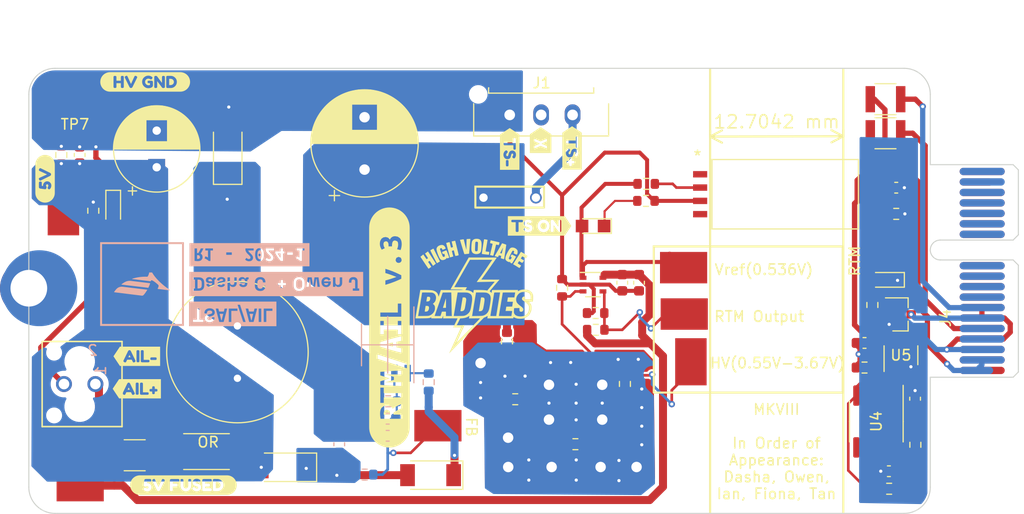
<source format=kicad_pcb>
(kicad_pcb (version 20241229) (generator "pcbnew") (generator_version "9.0")
  (layers (0 "F.Cu" signal) (2 "B.Cu" signal) (13 "F.Paste" user) (15 "B.Paste" user) (5 "F.SilkS" user "F.Silkscreen") (7 "B.SilkS" user "B.Silkscreen") (1 "F.Mask" user) (3 "B.Mask" user) (25 "Edge.Cuts" user))
  (net 0 "")
  (net 1 "/TS+_FUSED")
  (net 2 "/VCC")
  (net 3 "/SW")
  (net 4 "/FB")
  (net 5 "GND")
  (net 6 "/+5V_TS_FUSED")
  (net 7 "Net-(D1-A)")
  (net 8 "Net-(D3-A)")
  (net 9 "Net-(D1-K)")
  (net 10 "/TS-")
  (net 11 "Net-(R1-Pad1)")
  (net 12 "Net-(D4-K)")
  (net 13 "Net-(R4-Pad1)")
  (net 14 "Net-(D4-A)")
  (net 15 "Net-(R7-Pad1)")
  (net 16 "Net-(R14-Pad1)")
  (net 18 "Net-(D6-A)")
  (net 19 "Net-(F2-Pad2)")
  (net 20 "/TS+")
  (net 25 "Net-(D5-A)")
  (net 28 "+5V")
  (net 53 "Net-(U4-THR)")
  (net 56 "Net-(U2--)")
  (net 57 "Net-(U2-+)")
  (net 58 "/TSAL_FLAG")
  (net 59 "Net-(J4-5V)")
  (net 60 "+12V")
  (net 61 "Net-(F4-Pad2)")
  (net 62 "/RTM_LIGHT-")
  (net 63 "Net-(Q2-G)")
  (net 64 "Net-(U4-DIS)")
  (net 65 "/FLASH_2HZ")
  (footprint "OEM:CHIPLED_0805" (layer "F.Cu") (at 230.774526 102.7 180)
    (property "Reference" "D6" (hide yes))
    (property "Value" "LED_AMBER" (hide yes))
  )
  (footprint "OEM:C_0603" (layer "F.Cu") (at 231.049526 120.975)
    (property "Reference" "C11" (hide yes))
    (property "Value" "0.1uF" (hide yes))
  )
  (footprint "OEM:R_0603" (layer "F.Cu") (at 201.142999 118.393087 180)
    (property "Reference" "R7" (hide yes))
    (property "Value" "R_270K" (hide yes))
  )
  (footprint "kibuzzard-6784A725" (layer "F.Cu") (at 183.4 107.25 90)
    (property "Reference" "kibuzzard-6784A725" (hide yes))
    (property "Value" "G***" (hide yes))
  )
  (footprint "OEM:C_0603" (layer "F.Cu") (at 231.749526 93.9)
    (property "Reference" "C10" (hide yes))
    (property "Value" "0.1uF" (hide yes))
  )
  (footprint "kibuzzard-63AC93EB" (layer "F.Cu") (at 200.824526 90.1 -90)
    (property "Reference" "kibuzzard-63AC93EB" (hide yes))
    (property "Value" "G***" (hide yes))
  )
  (footprint "OEM:Test_Point_SMD" (layer "F.Cu") (at 188.025622 116.626947)
    (property "Reference" "TP2" (hide yes))
    (property "Value" "FB" (hide yes))
  )
  (footprint "OEM:R_0603" (layer "F.Cu") (at 205.867399 112.640487 -90)
    (property "Reference" "R8" (hide yes))
    (property "Value" "R_270K" (hide yes))
  )
  (footprint "OEM:Fuse_1210" (layer "F.Cu") (at 230.724526 85.45 180)
    (property "Reference" "F4" (hide yes))
    (property "Value" "F_5000mA_16V" (hide yes))
  )
  (footprint "Package_TO_SOT_SMD:SOT-353_SC-70-5" (layer "F.Cu") (at 202.819399 103.153087)
    (property "Reference" "U2" (hide yes))
    (property "Value" "MCP6001")
  )
  (footprint "OEM:Test_Point_SMD" (layer "F.Cu") (at 231.074526 99.8)
    (property "Reference" "TP8" (hide yes))
    (property "Value" "TSAL_FLAG" (hide yes))
  )
  (footprint "OEM:C_0603" (layer "F.Cu") (at 207.213599 102.975287 90)
    (property "Reference" "C5" (hide yes))
    (property "Value" "C_10uF" (hide yes))
  )
  (footprint "OEM:R_0603" (layer "F.Cu") (at 199.872999 103.457887 90)
    (property "Reference" "R6" (hide yes))
    (property "Value" "R_10K" (hide yes))
  )
  (footprint "OEM:Test_Point_SMD" (layer "F.Cu") (at 153.35 86)
    (property "Reference" "TP7")
    (property "Value" "TS-")
  )
  (footprint "OEM:D_SOD-128" (layer "F.Cu") (at 173.374526 120.6 180)
    (property "Reference" "D3" (hide yes))
    (property "Value" "STTH1R06AF")
  )
  (footprint "footprints:F_21mA_420V" (layer "F.Cu") (at 192.374526 94.85)
    (property "Reference" "F1" (hide yes))
    (property "Value" "F_21mA_420V" (hide yes))
  )
  (footprint "footprints:MicroFit_V_2" (layer "F.Cu") (at 155.35 112.65 90)
    (property "Reference" "J2" (hide yes))
    (property "Value" "MicroFit_V_2" (hide yes))
  )
  (footprint "footprints:L_1.2mH" (layer "F.Cu") (at 168.9 107.1)
    (property "Reference" "L1" (hide yes))
    (property "Value" "L_1.2mH" (hide yes))
  )
  (footprint "OEM:Test_Point_SMD" (layer "F.Cu") (at 152.3 96.2 90)
    (property "Reference" "TP6" (hide yes))
    (property "Value" "5V+_OUTPUT" (hide yes))
  )
  (footprint "OEM:Test_Point_SMD" (layer "F.Cu") (at 212.159768 110.524451 -90)
    (property "Reference" "TP4" (hide yes))
    (property "Value" "VIN" (hide yes))
  )
  (footprint "OEM:C_0603" (layer "F.Cu") (at 205.613399 102.975287 90)
    (property "Reference" "C6" (hide yes))
    (property "Value" "0.1uF" (hide yes))
  )
  (footprint "OEM:D_SOD-128" (layer "F.Cu") (at 167.974526 90.5 90)
    (property "Reference" "D2" (hide yes))
    (property "Value" "STTH1R06AF")
  )
  (footprint "OEM:R_0603" (layer "F.Cu") (at 203.086599 107.471087 180)
    (property "Reference" "R2" (hide yes))
    (property "Value" "R_1K" (hide yes))
  )
  (footprint "footprints:Fuse_1210" (layer "F.Cu") (at 159.1 119.45)
    (property "Reference" "F2" (hide yes))
    (property "Value" "F_500mA_16V" (hide yes))
  )
  (footprint "kibuzzard-63AC9283" (layer "F.Cu") (at 163.75 122.3)
    (property "Reference" "kibuzzard-63AC9283" (hide yes))
    (property "Value" "G***" (hide yes))
  )
  (footprint "OEM:Test_Point_SMD" (layer "F.Cu") (at 211.526841 105.965856)
    (property "Reference" "TP1" (hide yes))
    (property "Value" "VREF" (hide yes))
  )
  (footprint "OEM:Fuse_1210" (layer "F.Cu") (at 230.724526 88.7)
    (property "Reference" "F3" (hide yes))
    (property "Value" "F_500mA_16V" (hide yes))
  )
  (footprint "kibuzzard-63AC9456" (layer "F.Cu") (at 159.3 113.1)
    (property "Reference" "kibuzzard-63AC9456" (hide yes))
    (property "Value" "G***" (hide yes))
  )
  (footprint "OEM:R_0603" (layer "F.Cu") (at 231.074526 122.65 180)
    (property "Reference" "R9" (hide yes))
    (property "Value" "R_23.7K" (hide yes))
  )
  (footprint "OEM:SOT-23-5_OEM" (layer "F.Cu") (at 232.199526 109.9 90)
    (property "Reference" "U5")
    (property "Value" "U_GATE_SN74LVC1G08DBVR" (hide yes))
  )
  (footprint "kibuzzard-63AC91FD" (layer "F.Cu") (at 160.1 83.8)
    (property "Reference" "kibuzzard-63AC91FD" (hide yes))
    (property "Value" "G***" (hide yes))
  )
  (footprint "OEM:CHIPLED_0805" (layer "F.Cu") (at 157.05 95.9 -90)
    (property "Reference" "D5" (hide yes))
    (property "Value" "LED_WHITE" (hide yes))
  )
  (footprint "OEM:Test_Point_SMD" (layer "F.Cu") (at 153.9 122.35)
    (property "Reference" "TP3" (hide yes))
    (property "Value" "5V+_OUTPUT_FUSED" (hide yes))
  )
  (footprint "OEM:R_0603" (layer "F.Cu") (at 195.402599 114.100487 180)
    (property "Reference" "R4" (hide yes))
    (property "Value" "R_270K" (hide yes))
  )
  (footprint "Resistor_SMD:R_2512_6332Metric" (layer "F.Cu") (at 165.95 119.1)
    (property "Reference" "R16" (hide yes))
    (property "Value" "R_0_2512" (hide yes))
  )
  (footprint "OEM:R_0603" (layer "F.Cu") (at 155.15 96.1 -90)
    (property "Reference" "R15" (hide yes))
    (property "Value" "R_1K" (hide yes))
  )
  (footprint "OEM:ACNT-H50L-500E" (layer "F.Cu") (at 221.158199 94.523437)
    (property "Reference" "U3" (hide yes))
    (property "Value" "ACNT-H50L-500E" (hide yes))
  )
  (footprint "OEM:R_0603" (layer "F.Cu") (at 233.574526 118.45 90)
    (property "Reference" "R10" (hide yes))
    (property "Value" "R_23.7K" (hide yes))
  )
  (footprint "OEM:C_0603" (layer "F.Cu") (at 228.724526 108.725 180)
    (property "Reference" "C9" (hide yes))
    (property "Value" "0.1uF" (hide yes))
  )
  (footprint "OEM:R_0603" (layer "F.Cu") (at 231.749526 96.4)
    (property "Reference" "R17" (hide yes))
    (property "Value" "R_10K" (hide yes))
  )
  (footprint "OEM:M.2_Mount" (layer "F.Cu") (at 148.984 103.5 90)
    (property "Reference" "H1" (hide yes))
    (property "Value" "M.2_MountingHole" (hide yes))
  )
  (footprint "OEM:R_0603" (layer "F.Cu") (at 207.899399 93.534287 180)
    (property "Reference" "R14" (hide yes))
    (property "Value" "R_499" (hide yes))
  )
  (footprint "Capacitor_THT:CP_Radial_D10.0mm_P5.00mm" (layer "F.Cu") (at 181.027599 92.172287 90)
    (property "Reference" "C1" (hide yes))
    (property "Value" "10uF+")
  )
  (footprint "kibuzzard-63AC9446" (layer "F.Cu") (at 159.3 110)
    (property "Reference" "kibuzzard-63AC9446" (hide yes))
    (property "Value" "G***" (hide yes))
  )
  (footprint "OEM:R_0603" (layer "F.Cu") (at 228.724526 111.075 180)
    (property "Reference" "R101" (hide yes))
    (property "Value" "R_10K" (hide yes))
  )
  (footprint "OEM:SOT-23F" (layer "F.Cu") (at 232.124526 106)
    (property "Reference" "Q2" (hide yes))
    (property "Value" "SSM3K333R" (hide yes))
  )
  (footprint "OEM:Test_Point_SMD" (layer "F.Cu") (at 211.463548 101.535366)
    (property "Reference" "TP5" (hide yes))
    (property "Value" "COMPARATOR_OUTPUT" (hide yes))
  )
  (footprint "kibuzzard-6784B342" (layer "F.Cu") (at 197.824526 89.35 -90)
    (property "Reference" "kibuzzard-6784B342" (hide yes))
    (property "Value" "G***" (hide yes))
  )
  (footprint "OEM:CHIPLED_0805" (layer "F.Cu") (at 202.827599 97.562287 180)
    (property "Reference" "D4" (hide yes))
    (property "Value" "LED_0805" (hide yes))
  )
  (footprint "OEM:pcie_x1" (layer "F.Cu") (at 239.95 111.35 90)
    (property "Reference" "J4")
    (property "Value" "CONN_pcie_x1")
    (fp_line (start 19.65 -4.95) (end 19.65 2.95) (stroke (width 0.1)) (layer "Edge.Cuts"))
    (fp_line (start -0.65 -4.95) (end -0.65 2.95) (stroke (width 0.1)) (layer "Edge.Cuts"))
    (fp_line (start 12.45 -4) (end 12.45 2.95) (stroke (width 0.1)) (layer "Edge.Cuts"))
    (fp_line (start 10.55 -4) (end 10.55 2.95) (stroke (width 0.1)) (layer "Edge.Cuts"))
    (fp_line (start 19.65 2.95) (end 19.15 3.45) (stroke (width 0.1)) (layer "Edge.Cuts"))
    (fp_line (start 12.45 2.95) (end 12.95 3.45) (stroke (width 0.1)) (layer "Edge.Cuts"))
    (fp_line (start 10.55 2.95) (end 10.05 3.45) (stroke (width 0.1)) (layer "Edge.Cuts"))
    (fp_line (start -0.65 2.95) (end -0.15 3.45) (stroke (width 0.1)) (layer "Edge.Cuts"))
    (fp_line (start 12.95 3.45) (end 19.15 3.45) (stroke (width 0.1)) (layer "Edge.Cuts"))
    (fp_line (start -0.15 3.45) (end 10.05 3.45) (stroke (width 0.1)) (layer "Edge.Cuts"))
    (fp_arc (start 10.55 -4) (mid 11.5 -4.95) (end 12.45 -4) (stroke (width 0.1)) (layer "Edge.Cuts"))
  )
  (footprint "OEM:R_0603" (layer "F.Cu") (at 194.615199 108.576487 90)
    (property "Reference" "R1" (hide yes))
    (property "Value" "R_270K" (hide yes))
  )
  (footprint "OEM:C_0603" (layer "F.Cu") (at 233.549526 114.05 -90)
    (property "Reference" "C12" (hide yes))
    (property "Value" "0.1uF" (hide yes))
  )
  (footprint "OEM:R_0603" (layer "F.Cu") (at 203.073399 105.870887 180)
    (property "Reference" "R3" (hide yes))
    (property "Value" "R_120" (hide yes))
  )
  (footprint "OEM:R_0603" (layer "F.Cu") (at 207.873999 95.159887)
    (property "Reference" "R12" (hide yes))
    (property "Value" "R_1K" (hide yes))
  )
  (footprint "kibuzzard-63AC93FC" (layer "F.Cu") (at 194.874526 90.2 -90)
    (property "Reference" "kibuzzard-63AC93FC" (hide yes))
    (property "Value" "G***" (hide yes))
  )
  (footprint "OEM:D_SOD-128" (layer "F.Cu") (at 187.327599 121.350287 180)
    (property "Reference" "D1" (hide yes))
    (property "Value" "STTH1R06AF")
  )
  (footprint "OEM:R_0603" (layer "F.Cu") (at 229.474526 105.1 90)
    (property "Reference" "R11" (hide yes))
    (property "Value" "R_1K" (hide yes))
  )
  (footprint "Package_SO:SOIC-8_3.9x4.9mm_P1.27mm" (layer "F.Cu") (at 229.849526 116.225 -90)
    (property "Reference" "U4")
    (property "Value" "NE555D" (hide yes))
  )
  (footprint "LOGO" (layer "F.Cu") (at 191.585609 104.184809)
    (property "Reference" "G***" (hide yes))
    (property "Value" "LOGO" (hide yes))
  )
  (footprint "Capacitor_THT:CP_Radial_D8.0mm_P3.50mm" (layer "F.Cu") (at 161.2 91.95 90)
    (property "Reference" "C7" (hide yes))
    (property "Value" "100uF+")
  )
  (footprint "kibuzzard-63AC9220" (layer "F.Cu") (at 150.55 93.05 90)
    (property "Reference" "kibuzzard-63AC9220" (hide yes))
    (property "Value" "G***" (hide yes))
  )
  (footprint "OEM:R_0603" (layer "F.Cu") (at 152.1 90.775 90)
    (property "Reference" "R13" (hide yes))
    (property "Value" "R_3K" (hide yes))
  )
  (footprint "Connector_Molex:Molex_Micro-Fit_3.0_43650-0315_1x03_P3.00mm_Vertical" (layer "F.Cu") (at 194.874526 86.95)
    (property "Reference" "J1")
    (property "Value" "Conn_01x03")
  )
  (footprint "kibuzzard-63AD0077" (layer "F.Cu") (at 197.724526 97.55)
    (property "Reference" "kibuzzard-63AD0077" (hide yes))
    (property "Value" "G***" (hide yes))
  )
  (footprint "OEM:C_0603" (layer "F.Cu") (at 153.85 90.775 90)
    (property "Reference" "C8" (hide yes))
    (property "Value" "C_1uF" (hide yes))
  )
  (footprint "kibuzzard-63D843BA" (layer "B.Cu") (at 168.45 105.95)
    (property "Reference" "kibuzzard-63D843BA" (hide yes))
    (property "Value" "G***" (hide yes))
  )
  (footprint "OEM:R_0603" (layer "B.Cu") (at 181.034328 121.299381)
    (property "Reference" "R21" (hide yes))
    (property "Value" "R_71.5K" (hide yes))
  )
  (footprint "kibuzzard-63D84460" (layer "B.Cu") (at 172.6 103.1)
    (property "Reference" "kibuzzard-63D84460" (hide yes))
    (property "Value" "G***" (hide yes))
  )
  (footprint "footprints:Converter_DCDC_MPS_MP9488" (layer "B.Cu") (at 183.235999 108.904287 90)
    (property "Reference" "U1" (hide yes))
    (property "Value" "MP9488" (hide yes))
  )
  (footprint "OEM:C_0603" (layer "B.Cu") (at 183.235999 115.965487 180)
    (property "Reference" "C3" (hide yes))
    (property "Value" "C_470pF" (hide yes))
  )
  (footprint "OEM:R_0603" (layer "B.Cu") (at 187.148399 112.471087 90)
    (property "Reference" "R5" (hide yes))
    (property "Value" "R_10K" (hide yes))
  )
  (footprint "OEM:R_0603" (layer "B.Cu") (at 183.275569 114.294541 180)
    (property "Reference" "R20" (hide yes))
    (property "Value" "R_6.04K" (hide yes))
  )
  (footprint "OEM:C_0603" (layer "B.Cu") (at 178.613199 118.403887 90)
    (property "Reference" "C4" (hide yes))
    (property "Value" "C_.22uF" (hide yes))
  )
  (footprint "OEM:OEM_Logo_8mm" (layer "B.Cu") (at 159.8 103.1)
    (property "Reference" "REF**" (hide yes))
    (property "Value" "OEM_Logo_8mm")
  )
  (footprint "OEM:C_0603" (layer "B.Cu") (at 183.235999 117.591087 180)
    (property "Reference" "C2" (hide yes))
    (property "Value" "C_2.2uF" (hide yes))
  )
  (footprint "kibuzzard-673C33E6" (layer "B.Cu") (at 170.05 100.3)
    (property "Reference" "kibuzzard-673C33E6" (hide yes))
    (property "Value" "G***" (hide yes))
  )
  (gr_rect (start 208.622599 99.51) (end 226.647599 113.462287) (stroke (width 0.2)) (fill no) (layer "F.SilkS"))
  (gr_line (start 226.699526 82.6) (end 226.699526 124.9) (stroke (width 0.2)) (layer "F.SilkS"))
  (gr_line (start 213.995257 113.419333) (end 213.995257 124.9) (stroke (width 0.2)) (layer "F.SilkS"))
  (gr_line (start 213.995399 82.6) (end 213.995399 113.4) (stroke (width 0.2)) (layer "F.SilkS"))
  (gr_rect (start 191.599526 93.8) (end 198.149526 95.8) (stroke (width 0.2)) (fill no) (layer "F.SilkS"))
  (gr_arc (start 232.5 82.5) (mid 234.267767 83.232233) (end 235 85) (stroke (width 0.1)) (layer "Edge.Cuts"))
  (gr_line (start 149 85) (end 149 122.5) (stroke (width 0.1)) (layer "Edge.Cuts"))
  (gr_arc (start 235 122.5) (mid 234.267767 124.267767) (end 232.5 125) (stroke (width 0.1)) (layer "Edge.Cuts"))
  (gr_arc (start 151.5 125) (mid 149.732233 124.267767) (end 149 122.5) (stroke (width 0.1)) (layer "Edge.Cuts"))
  (gr_line (start 232.5 82.5) (end 151.5 82.5) (stroke (width 0.1)) (layer "Edge.Cuts"))
  (gr_line (start 235 91.7) (end 235 85) (stroke (width 0.1)) (layer "Edge.Cuts"))
  (gr_line (start 235 122.5) (end 235 112) (stroke (width 0.1)) (layer "Edge.Cuts"))
  (gr_line (start 151.5 125) (end 232.5 125) (stroke (width 0.1)) (layer "Edge.Cuts"))
  (gr_arc (start 149 85) (mid 149.732233 83.232233) (end 151.5 82.5) (stroke (width 0.1)) (layer "Edge.Cuts"))
  (gr_text "RTM" (at 228.374526 102.45 90) (layer "F.SilkS") (effects (font (size 1 1)) (justify left bottom)))
  (gr_text "RTM Output" (at 218.674526 106.2 0) (layer "F.SilkS") (effects (font (size 1 1))))
  (gr_text "HV(0.55V-3.67V)" (at 220.424526 110.65 0) (layer "F.SilkS") (effects (font (size 1 1))))
  (gr_text "Vref(0.536V)" (at 219.124526 101.725 0) (layer "F.SilkS") (effects (font (size 1 1))))
  (gr_text "MKVIII\n\nIn Order of\nAppearance:\nDasha, Owen,\nIan, Fiona, Tan\n" (at 220.324526 119.1 0) (layer "F.SilkS") (effects (font (size 1 1))))
  (gr_text "OR" (at 166.112026 118.2 0) (layer "F.SilkS") (effects (font (size 1 1))))
  (gr_text "FB" (at 191.224526 116.75 -90) (layer "F.SilkS") (effects (font (size 1 1))))
  (gr_text "2" (at 155.079 109.4426 0) (layer "B.SilkS") (effects (font (size 1 1)) (justify mirror)))
  (dimension (type aligned) (layer "F.SilkS") (pts (xy 213.995399 89.530269) (xy 226.699526 89.5)) (height -0.512434) (format (prefix "") (suffix "") (units 3) (units_format 1) (precision 4)) (style (thickness 0.2) (arrow_length 1.27) (text_position_mode 0) (arrow_direction outward) (extension_height 0.58642) (extension_offset 0.5) (keep_text_aligned yes)) (gr_text "12.7042 mm" (at 220.342906 87.602705 0.1365178282) (layer "F.SilkS") (effects (font (size 1.25 1.25) (thickness 0.15)))))
  (segment (start 194.615199 107.751487) (end 194.615199 100.640673) (width 0.762) (layer "F.Cu") (net 1))
  (segment (start 194.615199 100.640673) (end 192.374526 98.4) (width 0.762) (layer "F.Cu") (net 1))
  (segment (start 192.374526 98.4) (end 192.374526 94.85) (width 0.762) (layer "F.Cu") (net 1))
  (segment (start 194.615199 107.751487) (end 194.574598 107.710886) (width 0.762) (layer "F.Cu") (net 1))
  (segment (start 185.140999 111.614287) (end 185.140999 117.170887) (width 0.2) (layer "B.Cu") (net 2))
  (segment (start 184.720799 117.591087) (end 184.010999 117.591087) (width 0.2) (layer "B.Cu") (net 2))
  (segment (start 187.116599 111.614287) (end 185.140999 111.614287) (width 0.2) (layer "B.Cu") (net 2))
  (segment (start 185.140999 117.170887) (end 184.720799 117.591087) (width 0.2) (layer "B.Cu") (net 2))
  (segment (start 187.148399 111.646087) (end 187.116599 111.614287) (width 0.2) (layer "B.Cu") (net 2))
  (segment (start 167.974526 92.7) (end 167.974526 94.95) (width 0.381) (layer "F.Cu") (net 3))
  (segment (start 167.974526 94.95) (end 167.924526 95) (width 0.381) (layer "F.Cu") (net 3))
  (via (at 167.924526 95) (size 0.6096) (drill 0.3048) (layers "F.Cu" "B.Cu") (net 3))
  (segment (start 182.450569 114.769541) (end 182.460999 114.779971) (width 0.15) (layer "B.Cu") (net 3))
  (segment (start 182.450569 114.294541) (end 182.450569 114.769541) (width 0.15) (layer "B.Cu") (net 3))
  (segment (start 182.460999 114.779971) (end 182.460999 115.965487) (width 0.15) (layer "B.Cu") (net 3))
  (segment (start 187.325399 117.32717) (end 185.430282 119.222287) (width 0.254) (layer "F.Cu") (net 4))
  (segment (start 187.325399 117.019487) (end 187.325399 117.32717) (width 0.254) (layer "F.Cu") (net 4))
  (segment (start 185.430282 119.222287) (end 183.772599 119.222287) (width 0.254) (layer "F.Cu") (net 4))
  (via (at 183.772599 119.222287) (size 0.6096) (drill 0.3048) (layers "F.Cu" "B.Cu") (net 4))
  (segment (start 182.739493 121.299381) (end 181.859328 121.299381) (width 0.254) (layer "B.Cu") (net 4))
  (segment (start 183.772599 119.222287) (end 183.761799 119.233087) (width 0.254) (layer "B.Cu") (net 4))
  (segment (start 183.761799 119.233087) (end 183.236799 119.233087) (width 0.254) (layer "B.Cu") (net 4))
  (segment (start 183.603199 115.965487) (end 183.236799 116.331887) (width 0.254) (layer "B.Cu") (net 4))
  (segment (start 184.100569 113.385657) (end 184.100569 114.294541) (width 0.2) (layer "B.Cu") (net 4))
  (segment (start 183.870999 113.156087) (end 184.100569 113.385657) (width 0.2) (layer "B.Cu") (net 4))
  (segment (start 184.100569 114.294541) (end 184.100569 115.875917) (width 0.2) (layer "B.Cu") (net 4))
  (segment (start 182.739599 121.299487) (end 182.739493 121.299381) (width 0.254) (layer "B.Cu") (net 4))
  (segment (start 183.236799 120.802287) (end 182.739599 121.299487) (width 0.254) (layer "B.Cu") (net 4))
  (segment (start 183.236799 116.331887) (end 183.236799 119.233087) (width 0.254) (layer "B.Cu") (net 4))
  (segment (start 184.100569 115.875917) (end 184.010999 115.965487) (width 0.2) (layer "B.Cu") (net 4))
  (segment (start 183.870999 111.604287) (end 183.870999 113.156087) (width 0.2) (layer "B.Cu") (net 4))
  (segment (start 184.010999 115.965487) (end 183.603199 115.965487) (width 0.254) (layer "B.Cu") (net 4))
  (segment (start 183.236799 119.233087) (end 183.236799 120.802287) (width 0.254) (layer "B.Cu") (net 4))
  (segment (start 227.899526 111.075) (end 227.899526 110.775) (width 0.15) (layer "F.Cu") (net 5))
  (segment (start 228.174526 110.5) (end 228.174526 109.8) (width 0.25) (layer "F.Cu") (net 5))
  (segment (start 227.899526 110.775) (end 228.174526 110.5) (width 0.25) (layer "F.Cu") (net 5))
  (segment (start 236.574526 109.354153) (end 237.574526 108.354153) (width 0.5) (layer "F.Cu") (net 5))
  (segment (start 242.624526 107.7) (end 242.624526 106.9) (width 0.5) (layer "F.Cu") (net 5))
  (segment (start 237.574526 108.354153) (end 239.923532 108.354153) (width 0.5) (layer "F.Cu") (net 5))
  (segment (start 227.949526 108.725) (end 227.949526 109.075) (width 0.15) (layer "F.Cu") (net 5))
  (segment (start 239.923532 108.354153) (end 241.970373 108.354153) (width 0.5) (layer "F.Cu") (net 5))
  (segment (start 241.970373 108.354153) (end 242.624526 107.7) (width 0.5) (layer "F.Cu") (net 5))
  (segment (start 239.923532 105.354153) (end 239.923532 106.354153) (width 0.5) (layer "F.Cu") (net 5))
  (segment (start 242.624526 106.9) (end 242.078679 106.354153) (width 0.5) (layer "F.Cu") (net 5))
  (segment (start 232.229526 113.275) (end 233.549526 113.275) (width 0.25) (layer "F.Cu") (net 5))
  (segment (start 242.078679 106.354153) (end 239.923532 106.354153) (width 0.5) (layer "F.Cu") (net 5))
  (segment (start 231.754526 113.75) (end 232.229526 113.275) (width 0.25) (layer "F.Cu") (net 5))
  (segment (start 228.174526 109.3) (end 228.174526 109.8) (width 0.25) (layer "F.Cu") (net 5))
  (segment (start 231.824526 102.7) (end 231.874526 102.75) (width 0.15) (layer "F.Cu") (net 5))
  (segment (start 227.949526 109.075) (end 228.174526 109.3) (width 0.25) (layer "F.Cu") (net 5))
  (via (at 233.549526 113.275) (size 0.6096) (drill 0.3048) (layers "F.Cu" "B.Cu") (net 5))
  (via (at 231.074526 106.95) (size 0.6096) (drill 0.3048) (layers "F.Cu" "B.Cu") (net 5))
  (via (at 233.149526 111) (size 0.6096) (drill 0.3048) (layers "F.Cu" "B.Cu") (net 5))
  (via (at 231.874526 102.75) (size 0.6096) (drill 0.3048) (layers "F.Cu" "B.Cu") (net 5))
  (via (at 236.574526 109.354153) (size 0.6096) (drill 0.3048) (layers "F.Cu" "B.Cu") (net 5))
  (via (at 230.274526 120.975) (size 0.6096) (drill 0.3048) (layers "F.Cu" "B.Cu") (net 5))
  (via (at 232.574526 96.4) (size 0.6096) (drill 0.3048) (layers "F.Cu" "B.Cu") (net 5))
  (via (at 232.524526 93.9) (size 0.6096) (drill 0.3048) (layers "F.Cu" "B.Cu") (net 5))
  (via (at 228.174526 109.8) (size 0.6096) (drill 0.3048) (layers "F.Cu" "B.Cu") (net 5))
  (segment (start 236.574526 109.354153) (end 235.578679 109.354153) (width 0.5) (layer "B.Cu") (net 5))
  (segment (start 239.923532 109.354153) (end 236.574526 109.354153) (width 0.5) (layer "B.Cu") (net 5))
  (segment (start 234.599526 108.375) (end 234.474526 108.375) (width 0.1524) (layer "B.Cu") (net 5))
  (segment (start 235.578679 109.354153) (end 234.599526 108.375) (width 0.5) (layer "B.Cu") (net 5))
  (segment (start 209.499599 122.457087) (end 208.229599 123.727087) (width 0.762) (layer "F.Cu") (net 6))
  (segment (start 159.357087 123.727087) (end 157.98 122.35) (width 0.762) (layer "F.Cu") (net 6))
  (segment (start 208.254999 108.741087) (end 208.229599 108.766487) (width 0.762) (layer "F.Cu") (net 6))
  (segment (start 155.6899 112.9899) (end 155.35 112.65) (width 0.762) (layer "F.Cu") (net 6))
  (segment (start 205.613399 102.200287) (end 207.213599 102.200287) (width 0.762) (layer "F.Cu") (net 6))
  (segment (start 205.613399 102.200287) (end 205.610599 102.203087) (width 0.254) (layer "F.Cu") (net 6))
  (segment (start 208.254999 108.741087) (end 207.514526 108.000614) (width 0.762) (layer "F.Cu") (net 6))
  (segment (start 156.8 119.45) (end 155.6899 118.3399) (width 0.762) (layer "F.Cu") (net 6))
  (segment (start 205.610599 102.203087) (end 203.919399 102.203087) (width 0.762) (layer "F.Cu") (net 6))
  (segment (start 156.8 119.45) (end 157.65 119.45) (width 0.762) (layer "F.Cu") (net 6))
  (segment (start 157.98 122.35) (end 157.15 122.35) (width 0.762) (layer "F.Cu") (net 6))
  (segment (start 155.6899 118.3399) (end 155.6899 112.9899) (width 0.762) (layer "F.Cu") (net 6))
  (segment (start 208.219599 103.206287) (end 207.213599 102.200287) (width 0.762) (layer "F.Cu") (net 6))
  (segment (start 156.8 119.45) (end 153.9 122.35) (width 0.762) (layer "F.Cu") (net 6))
  (segment (start 202.261599 108.005487) (end 202.261599 107.471087) (width 0.762) (layer "F.Cu") (net 6))
  (segment (start 208.229599 108.766487) (end 203.022599 108.766487) (width 0.762) (layer "F.Cu") (net 6))
  (segment (start 207.514526 108.000614) (end 207.514526 106.751658) (width 0.762) (layer "F.Cu") (net 6))
  (segment (start 157.15 122.35) (end 153.9 122.35) (width 0.762) (layer "F.Cu") (net 6))
  (segment (start 203.022599 108.766487) (end 202.261599 108.005487) (width 0.762) (layer "F.Cu") (net 6))
  (segment (start 208.254999 108.741087) (end 209.499599 109.985687) (width 0.762) (layer "F.Cu") (net 6))
  (segment (start 207.514526 106.751658) (end 208.219599 106.046585) (width 0.762) (layer "F.Cu") (net 6))
  (segment (start 208.219599 106.046585) (end 208.219599 103.206287) (width 0.762) (layer "F.Cu") (net 6))
  (segment (start 208.229599 123.727087) (end 159.357087 123.727087) (width 0.762) (layer "F.Cu") (net 6))
  (segment (start 209.499599 109.985687) (end 209.499599 122.457087) (width 0.762) (layer "F.Cu") (net 6))
  (segment (start 178.399199 121.350287) (end 178.384599 121.364887) (width 0.762) (layer "F.Cu") (net 7))
  (segment (start 185.127599 121.350287) (end 178.399199 121.350287) (width 0.762) (layer "F.Cu") (net 7))
  (segment (start 175.438199 120.679087) (end 175.463599 120.704487) (width 0.762) (layer "F.Cu") (net 7))
  (segment (start 175.459112 120.7) (end 175.463599 120.704487) (width 0.381) (layer "F.Cu") (net 7))
  (via (at 178.384599 121.364887) (size 0.6096) (drill 0.3048) (layers "F.Cu" "B.Cu") (net 7))
  (via (at 175.463599 120.704487) (size 0.6096) (drill 0.3048) (layers "F.Cu" "B.Cu") (net 7))
  (segment (start 178.450105 121.299381) (end 178.384599 121.364887) (width 0.15) (layer "B.Cu") (net 7))
  (segment (start 180.209328 121.299381) (end 178.450105 121.299381) (width 0.15) (layer "B.Cu") (net 7))
  (segment (start 153.225 95.275) (end 152.3 96.2) (width 0.381) (layer "F.Cu") (net 8))
  (segment (start 171.174526 120.6) (end 170.4125 120.6) (width 0.762) (layer "F.Cu") (net 8))
  (segment (start 155.15 95.275) (end 153.225 95.275) (width 0.381) (layer "F.Cu") (net 8))
  (segment (start 170.4125 120.6) (end 168.9125 119.1) (width 0.762) (layer "F.Cu") (net 8))
  (segment (start 152.65 96.55) (end 152.3 96.2) (width 0.381) (layer "F.Cu") (net 8))
  (via (at 152.1 91.6) (size 0.6096) (drill 0.3048) (layers "F.Cu" "B.Cu") (net 8))
  (via (at 153.85 91.6) (size 0.6096) (drill 0.3048) (layers "F.Cu" "B.Cu") (net 8))
  (via (at 171.174526 120.6) (size 0.6096) (drill 0.3048) (layers "F.Cu" "B.Cu") (net 8))
  (via (at 155.15 95.275) (size 0.6096) (drill 0.3048) (layers "F.Cu" "B.Cu") (net 8))
  (segment (start 189.611399 119.459887) (end 189.611399 121.341687) (width 0.762) (layer "F.Cu") (net 9))
  (segment (start 189.611399 121.341687) (end 189.602799 121.350287) (width 0.762) (layer "F.Cu") (net 9))
  (via (at 189.611399 119.459887) (size 0.6096) (drill 0.3048) (layers "F.Cu" "B.Cu") (net 9))
  (segment (start 187.148399 114.837887) (end 187.148399 114.888687) (width 0.762) (layer "B.Cu") (net 9))
  (segment (start 187.148399 113.296087) (end 187.148399 114.837887) (width 0.762) (layer "B.Cu") (net 9))
  (segment (start 187.148399 115.295087) (end 189.154199 117.300887) (width 0.762) (layer "B.Cu") (net 9))
  (segment (start 187.148399 114.888687) (end 187.148399 115.295087) (width 0.762) (layer "B.Cu") (net 9))
  (segment (start 189.154199 117.300887) (end 189.611399 117.758087) (width 0.762) (layer "B.Cu") (net 9))
  (segment (start 189.611399 117.758087) (end 189.611399 119.459887) (width 0.762) (layer "B.Cu") (net 9))
  (segment (start 202.895599 103.580287) (end 202.895599 105.718487) (width 0.381) (layer "F.Cu") (net 10))
  (segment (start 155.4 89.95) (end 155.4 91.05) (width 0.508) (layer "F.Cu") (net 10))
  (segment (start 194.874526 89.623414) (end 194.874526 86.95) (width 0.381) (layer "F.Cu") (net 10))
  (segment (start 158.6 100.7) (end 158.6 95.55) (width 0.508) (layer "F.Cu") (net 10))
  (segment (start 150.15 110.4472) (end 150.15 109.15) (width 0.508) (layer "F.Cu") (net 10))
  (segment (start 157.9 94.85) (end 157.05 94.85) (width 0.508) (layer "F.Cu") (net 10))
  (segment (start 202.895599 105.718487) (end 202.743199 105.870887) (width 0.381) (layer "F.Cu") (net 10))
  (segment (start 168.074526 86.2) (end 168.074526 88.2) (width 0.381) (layer "F.Cu") (net 10))
  (segment (start 208.700449 95.158437) (end 213.042899 95.158437) (width 0.381) (layer "F.Cu") (net 10))
  (segment (start 180.517599 86.662287) (end 181.027599 87.172287) (width 0.1524) (layer "F.Cu") (net 10))
  (segment (start 202.468399 103.153087) (end 202.895599 103.580287) (width 0.381) (layer "F.Cu") (net 10))
  (segment (start 208.643799 95.159887) (end 207.981499 94.497587) (width 0.381) (layer "F.Cu") (net 10))
  (segment (start 153.85 90) (end 153.85 88.45) (width 0.508) (layer "F.Cu") (net 10))
  (segment (start 207.213599 103.750287) (end 205.613399 103.750287) (width 0.381) (layer "F.Cu") (net 10))
  (segment (start 199.872999 94.621887) (end 199.872999 102.632887) (width 0.381) (layer "F.Cu") (net 10))
  (segment (start 152.3528 112.65) (end 150.15 110.4472) (width 0.508) (layer "F.Cu") (net 10))
  (segment (start 199.872999 94.621887) (end 194.874526 89.623414) (width 0.381) (layer "F.Cu") (net 10))
  (segment (start 204.394199 103.153087) (end 201.719399 103.153087) (width 0.381) (layer "F.Cu") (net 10))
  (segment (start 202.743199 105.870887) (end 202.248399 105.870887) (width 0.381) (layer "F.Cu") (net 10))
  (segment (start 158.6 95.55) (end 157.9 94.85) (width 0.508) (layer "F.Cu") (net 10))
  (segment (start 203.944886 90.55) (end 207.281499 90.55) (width 0.381) (layer "F.Cu") (net 10))
  (segment (start 153.35 87.95) (end 153.35 86) (width 0.508) (layer "F.Cu") (net 10))
  (segment (start 208.698999 95.159887) (end 208.643799 95.159887) (width 0.381) (layer "F.Cu") (net 10))
  (segment (start 204.991399 103.750287) (end 204.394199 103.153087) (width 0.381) (layer "F.Cu") (net 10))
  (segment (start 168.074526 88.2) (end 167.974526 88.3) (width 0.381) (layer "F.Cu") (net 10))
  (segment (start 201.719399 103.153087) (end 202.468399 103.153087) (width 0.381) (layer "F.Cu") (net 10))
  (segment (start 205.613399 103.750287) (end 204.991399 103.750287) (width 0.381) (layer "F.Cu") (net 10))
  (segment (start 208.698999 95.159887) (end 208.700449 95.158437) (width 0.381) (layer "F.Cu") (net 10))
  (segment (start 207.981499 94.497587) (end 207.981499 91.25) (width 0.381) (layer "F.Cu") (net 10))
  (segment (start 201.719399 103.153087) (end 200.393199 103.153087) (width 0.381) (layer "F.Cu") (net 10))
  (segment (start 153.85 88.45) (end 153.35 87.95) (width 0.508) (layer "F.Cu") (net 10))
  (segment (start 207.281499 90.55) (end 207.981499 91.25) (width 0.381) (layer "F.Cu") (net 10))
  (segment (start 155.4 91.05) (end 157.05 92.7) (width 0.508) (layer "F.Cu") (net 10))
  (segment (start 200.393199 103.153087) (end 199.872999 102.632887) (width 0.381) (layer "F.Cu") (net 10))
  (segment (start 157.05 92.7) (end 157.05 94.85) (width 0.508) (layer "F.Cu") (net 10))
  (segment (start 199.872999 94.621887) (end 203.944886 90.55) (width 0.381) (layer "F.Cu") (net 10))
  (segment (start 150.15 109.15) (end 158.6 100.7) (width 0.508) (layer "F.Cu") (net 10))
  (via (at 168.074526 86.2) (size 0.6096) (drill 0.3048) (layers "F.Cu" "B.Cu") (net 10))
  (via (at 155.4 90) (size 0.6096) (drill 0.3048) (layers "F.Cu" "B.Cu") (net 10))
  (via (at 152.1 89.95) (size 0.6096) (drill 0.3048) (layers "F.Cu" "B.Cu") (net 10))
  (via (at 153.85 90) (size 0.6096) (drill 0.3048) (layers "F.Cu" "B.Cu") (net 10))
  (segment (start 194.615199 114.062887) (end 194.577599 114.100487) (width 0.254) (layer "F.Cu") (net 11))
  (via (at 198.622599 114.472487) (size 0.6096) (drill 0.3048) (layers "F.Cu" "B.Cu") (net 11))
  (via (at 194.733799 120.572287) (size 1.5) (drill 1) (layers "F.Cu" "B.Cu") (net 11))
  (via (at 207.472599 114.89722) (size 0.6096) (drill 0.3048) (layers "F.Cu" "B.Cu") (net 11))
  (via (at 198.873999 120.572287) (size 1.5) (drill 1) (layers "F.Cu" "B.Cu") (net 11))
  (via (at 192.097599 110.647287) (size 1.5) (drill 1) (layers "F.Cu" "B.Cu") (net 11))
  (via (at 203.702599 116.047287) (size 1.5) (drill 1) (layers "F.Cu" "B.Cu") (net 11))
  (via (at 201.213399 112.669087) (size 0.6096) (drill 0.3048) (layers "F.Cu" "B.Cu") (net 11))
  (via (at 203.547599 120.572287) (size 1.5) (drill 1) (layers "F.Cu" "B.Cu") (net 11))
  (via (at 196.342399 111.890687) (size 0.6096) (drill 0.3048) (layers "F.Cu" "B.Cu") (net 11))
  (via (at 201.213399 116.072687) (size 0.6096) (drill 0.3048) (layers "F.Cu" "B.Cu") (net 11))
  (via (at 205.222599 110.297287) (size 0.6096) (drill 0.3048) (layers "F.Cu" "B.Cu") (net 11))
  (via (at 196.697999 119.897287) (size 0.6096) (drill 0.3048) (layers "F.Cu" "B.Cu") (net 11))
  (via (at 206.976599 120.572287) (size 1.5) (drill 1) (layers "F.Cu" "B.Cu") (net 11))
  (via (at 207.472599 113.122287) (size 0.6096) (drill 0.3048) (layers "F.Cu" "B.Cu") (net 11))
  (via (at 198.622599 116.047287) (size 1.5) (drill 1) (layers "F.Cu" "B.Cu") (net 11))
  (via (at 207.472599 118.447087) (size 0.6096) (drill 0.3048) (layers "F.Cu" "B.Cu") (net 11))
  (via (at 207.142399 110.290687) (size 0.6096) (drill 0.3048) (layers "F.Cu" "B.Cu") (net 11))
  (via (at 205.297599 121.872087) (size 0.6096) (drill 0.3048) (layers "F.Cu" "B.Cu") (net 11))
  (via (at 192.097599 113.974687) (size 0.6096) (drill 0.3048) (layers "F.Cu" "B.Cu") (net 11))
  (via (at 201.222599 119.897287) (size 0.6096) (drill 0.3048) (layers "F.Cu" "B.Cu") (net 11))
  (via (at 194.722599 117.772287) (size 1.5) (drill 1) (layers "F.Cu" "B.Cu") (net 11))
  (via (at 200.692399 110.590687) (size 0.6096) (drill 0.3048) (layers "F.Cu" "B.Cu") (net 11))
  (via (at 203.702599 114.472487) (size 0.6096) (drill 0.3048) (layers "F.Cu" "B.Cu") (net 11))
  (via (at 194.422599 111.897287) (size 0.6096) (drill 0.3048) (layers "F.Cu" "B.Cu") (net 11))
  (via (at 196.697999 121.822087) (size 0.6096) (drill 0.3048) (layers "F.Cu" "B.Cu") (net 11))
  (via (at 203.702599 112.719887) (size 1.5) (drill 1) (layers "F.Cu" "B.Cu") (net 11))
  (via (at 201.213399 114.472487) (size 0.6096) (drill 0.3048) (layers "F.Cu" "B.Cu") (net 11))
  (via (at 192.097599 112.501487) (size 0.6096) (drill 0.3048) (layers "F.Cu" "B.Cu") (net 11))
  (via (at 205.297599 119.947287) (size 0.6096) (drill 0.3048) (layers "F.Cu" "B.Cu") (net 11))
  (via (at 201.222599 121.822087) (size 0.6096) (drill 0.3048) (layers "F.Cu" "B.Cu") (net 11))
  (via (at 207.472599 116.672153) (size 0.6096) (drill 0.3048) (layers "F.Cu" "B.Cu") (net 11))
  (via (at 198.772599 110.597287) (size 0.6096) (drill 0.3048) (layers "F.Cu" "B.Cu") (net 11))
  (via (at 198.622599 112.719887) (size 1.5) (drill 1) (layers "F.Cu" "B.Cu") (net 11))
  (segment (start 204.919999 95.159887) (end 207.048999 95.159887) (width 0.2) (layer "F.Cu") (net 12))
  (segment (start 203.927599 97.562287) (end 203.927599 96.152287) (width 0.2) (layer "F.Cu") (net 12))
  (segment (start 203.927599 96.152287) (end 204.919999 95.159887) (width 0.2) (layer "F.Cu") (net 12))
  (segment (start 196.227599 115.966887) (end 198.653799 118.393087) (width 0.1524) (layer "F.Cu") (net 13))
  (segment (start 196.227599 114.100487) (end 196.227599 115.966887) (width 0.1524) (layer "F.Cu") (net 13))
  (segment (start 198.653799 118.393087) (end 200.317999 118.393087) (width 0.1524) (layer "F.Cu") (net 13))
  (segment (start 203.995599 93.534287) (end 201.727599 95.802287) (width 0.381) (layer "F.Cu") (net 14))
  (segment (start 201.719399 102.353087) (end 201.869399 102.503087) (width 0.381) (layer "F.Cu") (net 14))
  (segment (start 207.074399 93.534287) (end 203.995599 93.534287) (width 0.381) (layer "F.Cu") (net 14))
  (segment (start 201.727599 95.802287) (end 201.727599 97.562287) (width 0.381) (layer "F.Cu") (net 14))
  (segment (start 210.122818 100.194636) (end 211.463548 101.535366) (width 0.381) (layer "F.Cu") (net 14))
  (segment (start 201.869399 102.503087) (end 201.869399 101.334487) (width 0.381) (layer "F.Cu") (net 14))
  (segment (start 201.869399 101.334487) (end 202.209799 100.994087) (width 0.381) (layer "F.Cu") (net 14))
  (segment (start 201.719399 97.570487) (end 201.719399 102.353087) (width 0.381) (layer "F.Cu") (net 14))
  (segment (start 201.727599 97.562287) (end 201.719399 97.570487) (width 0.381) (layer "F.Cu") (net 14))
  (segment (start 202.209799 100.994087) (end 210.177819 100.994087) (width 0.381) (layer "F.Cu") (net 14))
  (segment (start 201.967999 118.393087) (end 203.936999 118.393087) (width 0.1524) (layer "F.Cu") (net 15))
  (segment (start 205.867399 116.462687) (end 205.867399 113.465487) (width 0.1524) (layer "F.Cu") (net 15))
  (segment (start 203.936999 118.393087) (end 205.867399 116.462687) (width 0.1524) (layer "F.Cu") (net 15))
  (segment (start 208.724399 93.534287) (end 210.421799 93.534287) (width 0.254) (layer "F.Cu") (net 16))
  (segment (start 210.775949 93.888437) (end 213.042899 93.888437) (width 0.254) (layer "F.Cu") (net 16))
  (segment (start 210.421799 93.534287) (end 210.775949 93.888437) (width 0.254) (layer "F.Cu") (net 16))
  (segment (start 229.474526 104.275) (end 229.474526 102.95) (width 0.15) (layer "F.Cu") (net 18))
  (segment (start 229.474526 102.95) (end 229.724526 102.7) (width 0.15) (layer "F.Cu") (net 18))
  (segment (start 161.899526 119.45) (end 162.249526 119.1) (width 0.762) (layer "F.Cu") (net 19))
  (segment (start 162.249526 119.1) (end 162.9875 119.1) (width 0.762) (layer "F.Cu") (net 19))
  (segment (start 160.55 119.45) (end 161.899526 119.45) (width 0.762) (layer "F.Cu") (net 19))
  (segment (start 197.374526 93.9) (end 197.374526 94.85) (width 0.762) (layer "B.Cu") (net 20))
  (segment (start 200.874526 90.4) (end 197.374526 93.9) (width 0.762) (layer "B.Cu") (net 20))
  (segment (start 200.874526 86.95) (end 200.874526 90.4) (width 0.762) (layer "B.Cu") (net 20))
  (segment (start 157.025 96.925) (end 157.05 96.95) (width 0.381) (layer "F.Cu") (net 25))
  (segment (start 155.15 96.925) (end 157.025 96.925) (width 0.381) (layer "F.Cu") (net 25))
  (segment (start 228.024526 93.2) (end 228.606089 92.618437) (width 0.508) (layer "F.Cu") (net 28))
  (segment (start 230.974526 93.9) (end 230.974526 93.25) (width 0.508) (layer "F.Cu") (net 28))
  (segment (start 227.174526 120.9) (end 227.174526 114.52) (width 0.25) (layer "F.Cu") (net 28))
  (segment (start 230.999526 123.55) (end 229.824526 123.55) (width 0.25) (layer "F.Cu") (net 28))
  (segment (start 228.606089 92.618437) (end 229.273499 92.618437) (width 0.508) (layer "F.Cu") (net 28))
  (segment (start 228.757599 95.158437) (end 228.024526 95.158437) (width 0.508) (layer "F.Cu") (net 28))
  (segment (start 227.774526 107) (end 229.499526 108.725) (width 0.508) (layer "F.Cu") (net 28))
  (segment (start 227.174526 114.52) (end 227.944526 113.75) (width 0.25) (layer "F.Cu") (net 28))
  (segment (start 230.342963 92.618437) (end 229.273499 92.618437) (width 0.508) (layer "F.Cu") (net 28))
  (segment (start 227.774526 95.408437) (end 227.774526 107) (width 0.508) (layer "F.Cu") (net 28))
  (segment (start 228.774526 110.158795) (end 229.499526 109.433795) (width 0.25) (layer "F.Cu") (net 28))
  (segment (start 229.273499 92.618437) (end 229.273499 88.701027) (width 0.508) (layer "F.Cu") (net 28))
  (segment (start 231.899526 122.65) (end 230.999526 123.55) (width 0.25) (layer "F.Cu") (net 28))
  (segment (start 231.824526 120.975) (end 231.824526 118.77) (width 0.25) (layer "F.Cu") (net 28))
  (segment (start 231.899526 121.05) (end 231.824526 120.975) (width 0.15) (layer "F.Cu") (net 28))
  (segment (start 230.974526 93.25) (end 230.342963 92.618437) (width 0.508) (layer "F.Cu") (net 28))
  (segment (start 231.899526 122.65) (end 231.899526 121.05) (width 0.25) (layer "F.Cu") (net 28))
  (segment (start 229.824526 123.55) (end 227.174526 120.9) (width 0.25) (layer "F.Cu") (net 28))
  (segment (start 228.024526 95.158437) (end 228.024526 93.2) (width 0.508) (layer "F.Cu") (net 28))
  (segment (start 231.249526 108.8) (end 229.574526 108.8) (width 0.25) (layer "F.Cu") (net 28))
  (segment (start 227.944526 113.75) (end 227.944526 112.93) (width 0.25) (layer "F.Cu") (net 28))
  (segment (start 227.944526 112.93) (end 228.774526 112.1) (width 0.25) (layer "F.Cu") (net 28))
  (segment (start 229.574526 108.8) (end 229.499526 108.725) (width 0.15) (layer "F.Cu") (net 28))
  (segment (start 231.824526 118.77) (end 231.754526 118.7) (width 0.15) (layer "F.Cu") (net 28))
  (segment (start 228.774526 112.1) (end 228.774526 110.158795) (width 0.25) (layer "F.Cu") (net 28))
  (segment (start 229.273499 88.701027) (end 229.274526 88.7) (width 0.508) (layer "F.Cu") (net 28))
  (segment (start 228.024526 95.158437) (end 227.774526 95.408437) (width 0.508) (layer "F.Cu") (net 28))
  (segment (start 229.499526 109.433795) (end 229.499526 108.725) (width 0.25) (layer "F.Cu") (net 28))
  (segment (start 229.214526 118.31) (end 229.399526 118.125) (width 0.15) (layer "F.Cu") (net 53))
  (segment (start 232.699526 114.825) (end 233.549526 114.825) (width 0.25) (layer "F.Cu") (net 53))
  (segment (start 233.574526 117.625) (end 233.574526 114.85) (width 0.25) (layer "F.Cu") (net 53))
  (segment (start 229.214526 118.7) (end 229.214526 118.31) (width 0.15) (layer "F.Cu") (net 53))
  (segment (start 229.399526 118.125) (end 232.699526 114.825) (width 0.25) (layer "F.Cu") (net 53))
  (segment (start 230.484526 117.04) (end 230.484526 113.75) (width 0.25) (layer "F.Cu") (net 53))
  (segment (start 233.574526 114.85) (end 233.549526 114.825) (width 0.15) (layer "F.Cu") (net 53))
  (segment (start 203.898399 103.932087) (end 203.898399 105.870887) (width 0.254) (layer "F.Cu") (net 56))
  (segment (start 206.373799 106.710385) (end 205.613097 107.471087) (width 0.254) (layer "F.Cu") (net 56))
  (segment (start 207.28547 105.798714) (end 206.373799 106.710385) (width 0.254) (layer "F.Cu") (net 56))
  (segment (start 203.911599 107.471087) (end 203.911599 105.884087) (width 0.254) (layer "F.Cu") (net 56))
  (segment (start 203.911599 105.884087) (end 203.898399 105.870887) (width 0.254) (layer "F.Cu") (net 56))
  (segment (start 203.769399 103.803087) (end 203.898399 103.932087) (width 0.254) (layer "F.Cu") (net 56))
  (segment (start 205.613097 107.471087) (end 203.911599 107.471087) (width 0.254) (layer "F.Cu") (net 56))
  (segment (start 208.350326 107.337079) (end 209.430845 106.25656) (width 0.254) (layer "F.Cu") (net 56))
  (segment (start 209.506796 105.965856) (end 211.526841 105.965856) (width 0.254) (layer "F.Cu") (net 56))
  (via (at 207.28547 105.798714) (size 0.6096) (drill 0.3048) (layers "F.Cu" "B.Cu") (net 56))
  (via (at 208.350326 107.337079) (size 0.6096) (drill 0.3048) (layers "F.Cu" "B.Cu") (net 56))
  (segment (start 208.350326 107.337079) (end 207.28547 106.272223) (width 0.254) (layer "B.Cu") (net 56))
  (segment (start 207.28547 105.798714) (end 207.286897 105.797287) (width 0.254) (layer "B.Cu") (net 56))
  (segment (start 207.28547 106.272223) (end 207.28547 105.798714) (width 0.254) (layer "B.Cu") (net 56))
  (segment (start 210.335399 114.568958) (end 210.335399 113.239287) (width 0.254) (layer "F.Cu") (net 57))
  (segment (start 199.872999 106.937687) (end 199.872999 104.282887) (width 0.254) (layer "F.Cu") (net 57))
  (segment (start 204.750799 111.815487) (end 199.872999 106.937687) (width 0.254) (layer "F.Cu") (net 57))
  (segment (start 205.867399 111.815487) (end 204.750799 111.815487) (width 0.254) (layer "F.Cu") (net 57))
  (segment (start 210.335399 113.239287) (end 211.446144 112.128542) (width 0.254) (layer "F.Cu") (net 57))
  (segment (start 199.872999 104.282887) (end 200.648199 104.282887) (width 0.254) (layer "F.Cu") (net 57))
  (segment (start 200.648199 104.282887) (end 201.127999 103.803087) (width 0.254) (layer "F.Cu") (net 57))
  (segment (start 201.127999 103.803087) (end 201.869399 103.803087) (width 0.254) (layer "F.Cu") (net 57))
  (segment (start 208.380999 111.815487) (end 208.458199 111.738287) (width 0.254) (layer "F.Cu") (net 57))
  (segment (start 210.929681 110.604524) (end 212.123481 110.604524) (width 0.254) (layer "F.Cu") (net 57))
  (segment (start 205.867399 111.815487) (end 208.380999 111.815487) (width 0.254) (layer "F.Cu") (net 57))
  (via (at 210.335399 114.568958) (size 0.6096) (drill 0.3048) (layers "F.Cu" "B.Cu") (net 57))
  (via (at 208.458199 111.738287) (size 0.6096) (drill 0.3048) (layers "F.Cu" "B.Cu") (net 57))
  (segment (start 208.458199 111.738287) (end 208.458199 112.691758) (width 0.254) (layer "B.Cu") (net 57))
  (segment (start 208.458199 112.691758) (end 210.335399 114.568958) (width 0.254) (layer "B.Cu") (net 57))
  (segment (start 229.301936 96.4) (end 229.273499 96.428437) (width 0.3) (layer "F.Cu") (net 58))
  (segment (start 230.924526 96.4) (end 229.301936 96.4) (width 0.3) (layer "F.Cu") (net 58))
  (segment (start 233.924526 108.1) (end 233.924526 109.48) (width 0.3) (layer "F.Cu") (net 58))
  (segment (start 233.024526 104.75) (end 232.424526 105.35) (width 0.3) (layer "F.Cu") (net 58))
  (segment (start 233.234526 110.17) (end 232.524526 110.17) (width 0.3) (layer "F.Cu") (net 58))
  (segment (start 232.199526 110.495) (end 232.199526 111) (width 0.3) (layer "F.Cu") (net 58))
  (segment (start 229.248599 96.453337) (end 229.273499 96.428437) (width 0.254) (layer "F.Cu") (net 58))
  (segment (start 231.074526 99.8) (end 231.074526 96.55) (width 0.3) (layer "F.Cu") (net 58))
  (segment (start 231.074526 99.8) (end 233.024526 101.75) (width 0.3) (layer "F.Cu") (net 58))
  (segment (start 232.424526 105.35) (end 232.424526 106.6) (width 0.3) (layer "F.Cu") (net 58))
  (segment (start 232.524526 110.17) (end 232.199526 110.495) (width 0.3) (layer "F.Cu") (net 58))
  (segment (start 233.024526 101.75) (end 233.024526 104.75) (width 0.3) (layer "F.Cu") (net 58))
  (segment (start 231.074526 96.55) (end 230.924526 96.4) (width 0.3) (layer "F.Cu") (net 58))
  (segment (start 232.424526 106.6) (end 233.924526 108.1) (width 0.3) (layer "F.Cu") (net 58))
  (segment (start 233.924526 109.48) (end 233.234526 110.17) (width 0.3) (layer "F.Cu") (net 58))
  (segment (start 229.366499 96.335437) (end 229.273499 96.428437) (width 0.15) (layer "F.Cu") (net 58))
  (segment (start 234.513266 104.593887) (end 234.513266 89.88874) (width 0.5) (layer "F.Cu") (net 59))
  (segment (start 233.324526 88.7) (end 232.174526 88.7) (width 0.5) (layer "F.Cu") (net 59))
  (segment (start 237.273532 107.354153) (end 234.513266 104.593887) (width 0.5) (layer "F.Cu") (net 59))
  (segment (start 239.923532 107.354153) (end 237.273532 107.354153) (width 0.5) (layer "F.Cu") (net 59))
  (segment (start 234.513266 89.88874) (end 233.324526 88.7) (width 0.5) (layer "F.Cu") (net 59))
  (segment (start 234.274526 86.15) (end 233.574526 85.45) (width 0.5) (layer "F.Cu") (net 60))
  (segment (start 233.574526 85.45) (end 232.174526 85.45) (width 0.5) (layer "F.Cu") (net 60))
  (via (at 234.274526 86.15) (size 0.6096) (drill 0.3048) (layers "F.Cu" "B.Cu") (net 60))
  (segment (start 236.803679 105.354153) (end 239.923532 105.354153) (width 0.5) (layer "B.Cu") (net 60))
  (segment (start 234.274526 86.15) (end 234.274526 102.825) (width 0.5) (layer "B.Cu") (net 60))
  (segment (start 234.274526 102.825) (end 236.803679 105.354153) (width 0.5) (layer "B.Cu") (net 60))
  (segment (start 230.674526 90.15) (end 230.674526 86.45) (width 0.5) (layer "F.Cu") (net 61))
  (segment (start 236.599526 110.725) (end 234.724526 108.85) (width 0.5) (layer "F.Cu") (net 61))
  (segment (start 234.724526 108.85) (end 234.724526 106.190122) (width 0.5) (layer "F.Cu") (net 61))
  (segment (start 234.724526 106.190122) (end 233.824526 105.290122) (width 0.5) (layer "F.Cu") (net 61))
  (segment (start 229.674526 85.45) (end 229.274526 85.45) (width 0.5) (layer "F.Cu") (net 61))
  (segment (start 233.824526 93.3) (end 230.674526 90.15) (width 0.5) (layer "F.Cu") (net 61))
  (segment (start 233.824526 105.290122) (end 233.824526 93.3) (width 0.5) (layer "F.Cu") (net 61))
  (segment (start 230.674526 86.45) (end 229.674526 85.45) (width 0.5) (layer "F.Cu") (net 61))
  (via (at 236.599526 110.725) (size 0.6096) (drill 0.3048) (layers "F.Cu" "B.Cu") (net 61))
  (segment (start 237.228679 111.354153) (end 239.373532 111.354153) (width 0.5) (layer "B.Cu") (net 61))
  (segment (start 239.923532 110.804153) (end 239.373532 111.354153) (width 0.5) (layer "B.Cu") (net 61))
  (segment (start 236.599526 110.725) (end 237.228679 111.354153) (width 0.5) (layer "B.Cu") (net 61))
  (segment (start 239.923532 110.354153) (end 239.923532 110.804153) (width 0.5) (layer "B.Cu") (net 61))
  (via (at 233.174526 106) (size 0.6096) (drill 0.3048) (layers "F.Cu" "B.Cu") (net 62))
  (segment (start 233.528679 106.354153) (end 239.923532 106.354153) (width 0.5) (layer "B.Cu") (net 62))
  (segment (start 233.174526 106) (end 233.528679 106.354153) (width 0.5) (layer "B.Cu") (net 62))
  (segment (start 233.021675 108.8) (end 231.874526 107.652851) (width 0.3) (layer "F.Cu") (net 63))
  (segment (start 233.149526 108.8) (end 233.021675 108.8) (width 0.3) (layer "F.Cu") (net 63))
  (segment (start 230.199526 105.925) (end 231.074526 105.05) (width 0.15) (layer "F.Cu") (net 63))
  (segment (start 231.874526 105.85) (end 231.074526 105.05) (width 0.3) (layer "F.Cu") (net 63))
  (segment (start 229.474526 105.925) (end 230.199526 105.925) (width 0.15) (layer "F.Cu") (net 63))
  (segment (start 231.874526 107.652851) (end 231.874526 105.85) (width 0.3) (layer "F.Cu") (net 63))
  (segment (start 233.574526 119.275) (end 233.574526 118.875) (width 0.15) (layer "F.Cu") (net 64))
  (segment (start 232.024526 117.25) (end 230.959527 117.25) (width 0.25) (layer "F.Cu") (net 64))
  (segment (start 230.484526 119.315) (end 230.484526 118.7) (width 0.15) (layer "F.Cu") (net 64))
  (segment (start 233.574526 118.875) (end 233.574526 118.8) (width 0.25) (layer "F.Cu") (net 64))
  (segment (start 230.249526 122.65) (end 229.324526 121.725) (width 0.25) (layer "F.Cu") (net 64))
  (segment (start 233.574526 118.8) (end 232.024526 117.25) (width 0.25) (layer "F.Cu") (net 64))
  (segment (start 229.324526 120.475) (end 230.484526 119.315) (width 0.25) (layer "F.Cu") (net 64))
  (segment (start 229.324526 121.725) (end 229.324526 120.475) (width 0.25) (layer "F.Cu") (net 64))
  (segment (start 230.484526 117.725001) (end 230.484526 118.7) (width 0.15) (layer "F.Cu") (net 64))
  (segment (start 230.959527 117.25) (end 230.484526 117.725001) (width 0.25) (layer "F.Cu") (net 64))
  (segment (start 229.624526 111) (end 229.549526 111.075) (width 0.15) (layer "F.Cu") (net 65))
  (segment (start 229.214526 113.035) (end 231.249526 111) (width 0.25) (layer "F.Cu") (net 65))
  (segment (start 229.214526 113.75) (end 229.214526 113.035) (width 0.15) (layer "F.Cu") (net 65))
  (segment (start 231.249526 111) (end 229.624526 111) (width 0.25) (layer "F.Cu") (net 65))
  (zone (net 11) (net_name "Net-(R1-Pad1)") (layer "F.Cu") (connect_pads (clearance 0.2032)) (min_thickness 0.254) (fill yes (thermal_gap 0.508) (thermal_bridge_width 0.508))
    (polygon (pts (xy 197.447554 106.943638) (xy 197.472954 108.747038) (xy 198.361954 109.356638) (xy 199.987554 109.356638) (xy 207.683754 109.382038) (xy 208.598154 110.347238) (xy 208.737599 121.695087) (xy 207.492999 122.914287) (xy 193.335128 122.793984) (xy 192.519954 122.412238) (xy 192.443754 115.655838) (xy 190.462554 114.538238) (xy 190.437154 108.518438) (xy 191.834154 106.562638) (xy 197.028485 106.5373) (xy 197.015754 106.511838)))
  )
  (zone (net 11) (net_name "Net-(R1-Pad1)") (layer "B.Cu") (connect_pads (clearance 0.508)) (min_thickness 0.254) (fill yes (thermal_gap 0.508) (thermal_bridge_width 0.508))
    (polygon (pts (xy 197.434599 108.944287) (xy 197.459999 108.944287) (xy 198.348999 109.553887) (xy 199.974599 109.553887) (xy 207.670799 109.579287) (xy 208.585199 110.544487) (xy 208.737599 122.177687) (xy 207.418011 123.254198) (xy 193.321011 123.152598) (xy 192.506999 122.609487) (xy 192.430799 115.853087) (xy 190.449599 114.735487) (xy 190.424199 110.112687) (xy 191.830619 108.690983) (xy 197.02495 108.665645) (xy 197.205999 108.741087)))
  )
  (zone (net 3) (net_name "/SW") (layer "B.Cu") (connect_pads yes (clearance 0.508)) (min_thickness 0.254) (fill yes (thermal_gap 0.508) (thermal_bridge_width 0.508))
    (polygon (pts (xy 176.174799 117.415729) (xy 176.174799 113.174031) (xy 164.733587 105.18677) (xy 164.693012 92.01992) (xy 165.287412 91.423687) (xy 170.608445 91.423687) (xy 171.115999 91.931241) (xy 171.115999 101.906738) (xy 182.905799 110.798487) (xy 182.905799 117.399837) (xy 182.141149 118.164487) (xy 177.08633 118.164487)))
  )
  (zone (net 7) (net_name "Net-(D1-A)") (layer "B.Cu") (connect_pads yes (clearance 0.508)) (min_thickness 0.254) (fill yes (thermal_gap 0.508) (thermal_bridge_width 0.508))
    (polygon (pts (xy 174.524526 122.025287) (xy 174.526799 121.55) (xy 174.526799 119.3) (xy 174.524526 118.748687) (xy 178.968799 118.748687) (xy 180.645199 120.044087) (xy 180.645199 121.669687) (xy 180.113275 122.099468)))
  )
  (zone (net 1) (net_name "/TS+_FUSED") (layer "B.Cu") (connect_pads yes (clearance 0.508)) (min_thickness 0.254) (fill yes (thermal_gap 0.508) (thermal_bridge_width 0.508))
    (polygon (pts (xy 175.108799 102.514287) (xy 175.165094 90.748659) (xy 176.421587 89.507149) (xy 196.292399 89.650448) (xy 196.292399 107.035487) (xy 181.001599 107.035487)))
  )
  (zone (net 5) (net_name "GND") (layer "B.Cu") (connect_pads (clearance 0.2032)) (min_thickness 0.254) (fill yes (thermal_gap 0.508) (thermal_bridge_width 0.508))
    (polygon (pts (xy 234.722562 124.125519) (xy 228.204742 124.006087) (xy 228.254742 89.056087) (xy 234.772562 89.175519)))
  )
  (zone (net 8) (net_name "Net-(D3-A)") (layer "B.Cu") (connect_pads yes (clearance 0.508)) (min_thickness 0.254) (fill yes (thermal_gap 0.508) (thermal_bridge_width 0.508))
    (polygon (pts (xy 161.257863 91.248863) (xy 162.291211 92.066932) (xy 162.334253 106.44348) (xy 172.370476 113.689722) (xy 172.297225 120.8) (xy 171.25 121.940317) (xy 150.736607 121.971472) (xy 149.245866 120.505591) (xy 149.287947 110.030379) (xy 150.280904 109.189564) (xy 151.92515 109.142847) (xy 154.28027 107.391416) (xy 154.253939 97.84937) (xy 151.291425 95.575117) (xy 149.971709 95.579335) (xy 149.274526 94.948032) (xy 149.274526 92.072442) (xy 150.080855 91.222423)))
  )
  (zone (net 10) (net_name "/TS-") (layer "B.Cu") (connect_pads yes (clearance 0.508)) (min_thickness 0.254) (fill yes (thermal_gap 0.508) (thermal_bridge_width 0.508))
    (polygon (pts (xy 173.108441 88.478939) (xy 170.152433 90.447701) (xy 150.401839 90.294805) (xy 149.288214 89.214726) (xy 149.267287 81.689979) (xy 158.374526 81.65) (xy 174.924526 81.55) (xy 196.139199 81.4) (xy 196.113799 88.548087)))
  )
)
</source>
